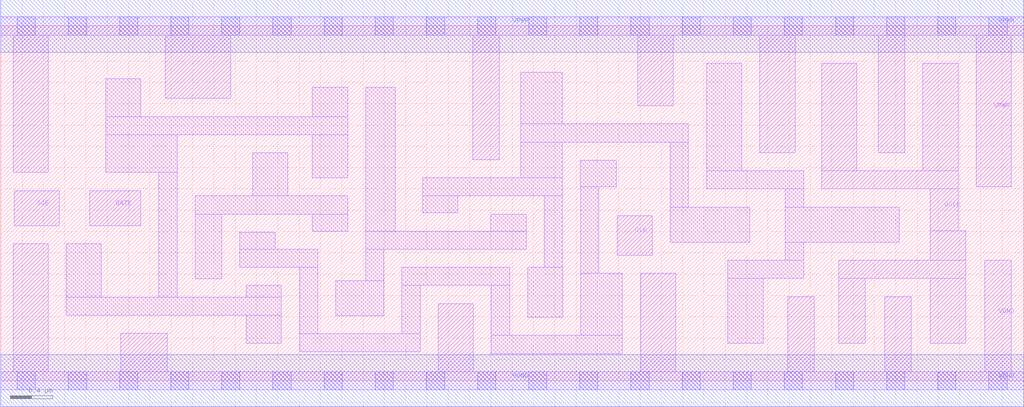
<source format=lef>
# Copyright 2020 The SkyWater PDK Authors
#
# Licensed under the Apache License, Version 2.0 (the "License");
# you may not use this file except in compliance with the License.
# You may obtain a copy of the License at
#
#     https://www.apache.org/licenses/LICENSE-2.0
#
# Unless required by applicable law or agreed to in writing, software
# distributed under the License is distributed on an "AS IS" BASIS,
# WITHOUT WARRANTIES OR CONDITIONS OF ANY KIND, either express or implied.
# See the License for the specific language governing permissions and
# limitations under the License.
#
# SPDX-License-Identifier: Apache-2.0

VERSION 5.7 ;
  NAMESCASESENSITIVE ON ;
  NOWIREEXTENSIONATPIN ON ;
  DIVIDERCHAR "/" ;
  BUSBITCHARS "[]" ;
UNITS
  DATABASE MICRONS 200 ;
END UNITS
MACRO sky130_fd_sc_ls__sdlclkp_4
  CLASS CORE ;
  SOURCE USER ;
  FOREIGN sky130_fd_sc_ls__sdlclkp_4 ;
  ORIGIN  0.000000  0.000000 ;
  SIZE  9.600000 BY  3.330000 ;
  SYMMETRY X Y ;
  SITE unit ;
  PIN GATE
    ANTENNAGATEAREA  0.208500 ;
    DIRECTION INPUT ;
    USE SIGNAL ;
    PORT
      LAYER li1 ;
        RECT 0.835000 1.455000 1.315000 1.785000 ;
    END
  END GATE
  PIN GCLK
    ANTENNADIFFAREA  1.319400 ;
    DIRECTION OUTPUT ;
    USE SIGNAL ;
    PORT
      LAYER li1 ;
        RECT 7.705000 1.800000 8.985000 1.970000 ;
        RECT 7.705000 1.970000 8.035000 2.980000 ;
        RECT 7.865000 0.350000 8.115000 0.960000 ;
        RECT 7.865000 0.960000 9.055000 1.130000 ;
        RECT 8.655000 1.970000 8.985000 2.980000 ;
        RECT 8.725000 0.350000 9.055000 0.960000 ;
        RECT 8.725000 1.130000 9.055000 1.410000 ;
        RECT 8.725000 1.410000 8.985000 1.800000 ;
    END
  END GCLK
  PIN SCE
    ANTENNAGATEAREA  0.208500 ;
    DIRECTION INPUT ;
    USE SIGNAL ;
    PORT
      LAYER li1 ;
        RECT 0.125000 1.455000 0.550000 1.785000 ;
    END
  END SCE
  PIN CLK
    ANTENNAGATEAREA  0.516000 ;
    DIRECTION INPUT ;
    USE CLOCK ;
    PORT
      LAYER li1 ;
        RECT 5.785000 1.180000 6.115000 1.550000 ;
    END
  END CLK
  PIN VGND
    DIRECTION INOUT ;
    SHAPE ABUTMENT ;
    USE GROUND ;
    PORT
      LAYER li1 ;
        RECT 0.000000 -0.085000 9.600000 0.085000 ;
        RECT 0.115000  0.085000 0.445000 1.285000 ;
        RECT 1.125000  0.085000 1.565000 0.445000 ;
        RECT 4.105000  0.085000 4.435000 0.725000 ;
        RECT 6.005000  0.085000 6.335000 1.010000 ;
        RECT 7.385000  0.085000 7.635000 0.790000 ;
        RECT 8.295000  0.085000 8.545000 0.790000 ;
        RECT 9.235000  0.085000 9.485000 1.130000 ;
      LAYER mcon ;
        RECT 0.155000 -0.085000 0.325000 0.085000 ;
        RECT 0.635000 -0.085000 0.805000 0.085000 ;
        RECT 1.115000 -0.085000 1.285000 0.085000 ;
        RECT 1.595000 -0.085000 1.765000 0.085000 ;
        RECT 2.075000 -0.085000 2.245000 0.085000 ;
        RECT 2.555000 -0.085000 2.725000 0.085000 ;
        RECT 3.035000 -0.085000 3.205000 0.085000 ;
        RECT 3.515000 -0.085000 3.685000 0.085000 ;
        RECT 3.995000 -0.085000 4.165000 0.085000 ;
        RECT 4.475000 -0.085000 4.645000 0.085000 ;
        RECT 4.955000 -0.085000 5.125000 0.085000 ;
        RECT 5.435000 -0.085000 5.605000 0.085000 ;
        RECT 5.915000 -0.085000 6.085000 0.085000 ;
        RECT 6.395000 -0.085000 6.565000 0.085000 ;
        RECT 6.875000 -0.085000 7.045000 0.085000 ;
        RECT 7.355000 -0.085000 7.525000 0.085000 ;
        RECT 7.835000 -0.085000 8.005000 0.085000 ;
        RECT 8.315000 -0.085000 8.485000 0.085000 ;
        RECT 8.795000 -0.085000 8.965000 0.085000 ;
        RECT 9.275000 -0.085000 9.445000 0.085000 ;
      LAYER met1 ;
        RECT 0.000000 -0.245000 9.600000 0.245000 ;
    END
  END VGND
  PIN VPWR
    DIRECTION INOUT ;
    SHAPE ABUTMENT ;
    USE POWER ;
    PORT
      LAYER li1 ;
        RECT 0.000000 3.245000 9.600000 3.415000 ;
        RECT 0.115000 1.955000 0.445000 3.245000 ;
        RECT 1.545000 2.650000 2.160000 3.245000 ;
        RECT 4.430000 2.075000 4.680000 3.245000 ;
        RECT 5.980000 2.580000 6.310000 3.245000 ;
        RECT 7.125000 2.140000 7.455000 3.245000 ;
        RECT 8.235000 2.140000 8.485000 3.245000 ;
        RECT 9.155000 1.820000 9.485000 3.245000 ;
      LAYER mcon ;
        RECT 0.155000 3.245000 0.325000 3.415000 ;
        RECT 0.635000 3.245000 0.805000 3.415000 ;
        RECT 1.115000 3.245000 1.285000 3.415000 ;
        RECT 1.595000 3.245000 1.765000 3.415000 ;
        RECT 2.075000 3.245000 2.245000 3.415000 ;
        RECT 2.555000 3.245000 2.725000 3.415000 ;
        RECT 3.035000 3.245000 3.205000 3.415000 ;
        RECT 3.515000 3.245000 3.685000 3.415000 ;
        RECT 3.995000 3.245000 4.165000 3.415000 ;
        RECT 4.475000 3.245000 4.645000 3.415000 ;
        RECT 4.955000 3.245000 5.125000 3.415000 ;
        RECT 5.435000 3.245000 5.605000 3.415000 ;
        RECT 5.915000 3.245000 6.085000 3.415000 ;
        RECT 6.395000 3.245000 6.565000 3.415000 ;
        RECT 6.875000 3.245000 7.045000 3.415000 ;
        RECT 7.355000 3.245000 7.525000 3.415000 ;
        RECT 7.835000 3.245000 8.005000 3.415000 ;
        RECT 8.315000 3.245000 8.485000 3.415000 ;
        RECT 8.795000 3.245000 8.965000 3.415000 ;
        RECT 9.275000 3.245000 9.445000 3.415000 ;
      LAYER met1 ;
        RECT 0.000000 3.085000 9.600000 3.575000 ;
    END
  END VPWR
  OBS
    LAYER li1 ;
      RECT 0.615000 0.615000 2.635000 0.785000 ;
      RECT 0.615000 0.785000 0.945000 1.285000 ;
      RECT 0.985000 1.955000 1.655000 2.310000 ;
      RECT 0.985000 2.310000 3.255000 2.480000 ;
      RECT 0.985000 2.480000 1.315000 2.835000 ;
      RECT 1.485000 0.785000 1.655000 1.955000 ;
      RECT 1.825000 0.955000 2.075000 1.565000 ;
      RECT 1.825000 1.565000 3.255000 1.735000 ;
      RECT 2.245000 1.065000 2.975000 1.235000 ;
      RECT 2.245000 1.235000 2.575000 1.395000 ;
      RECT 2.305000 0.350000 2.635000 0.615000 ;
      RECT 2.305000 0.785000 2.635000 0.895000 ;
      RECT 2.365000 1.735000 2.695000 2.140000 ;
      RECT 2.805000 0.270000 3.935000 0.440000 ;
      RECT 2.805000 0.440000 2.975000 1.065000 ;
      RECT 2.925000 1.405000 3.255000 1.565000 ;
      RECT 2.925000 1.905000 3.255000 2.310000 ;
      RECT 2.925000 2.480000 3.255000 2.755000 ;
      RECT 3.145000 0.610000 3.595000 0.940000 ;
      RECT 3.425000 0.940000 3.595000 1.235000 ;
      RECT 3.425000 1.235000 4.930000 1.405000 ;
      RECT 3.425000 1.405000 3.705000 2.755000 ;
      RECT 3.765000 0.440000 3.935000 0.895000 ;
      RECT 3.765000 0.895000 4.775000 1.065000 ;
      RECT 3.960000 1.575000 4.290000 1.735000 ;
      RECT 3.960000 1.735000 5.270000 1.905000 ;
      RECT 4.600000 1.405000 4.930000 1.565000 ;
      RECT 4.605000 0.255000 5.835000 0.425000 ;
      RECT 4.605000 0.425000 4.775000 0.895000 ;
      RECT 4.880000 1.905000 5.270000 2.240000 ;
      RECT 4.880000 2.240000 6.455000 2.410000 ;
      RECT 4.880000 2.410000 5.270000 2.895000 ;
      RECT 4.945000 0.595000 5.275000 1.065000 ;
      RECT 5.100000 1.065000 5.270000 1.735000 ;
      RECT 5.440000 1.820000 5.775000 2.070000 ;
      RECT 5.445000 0.425000 5.835000 1.010000 ;
      RECT 5.445000 1.010000 5.615000 1.820000 ;
      RECT 6.285000 1.300000 7.030000 1.630000 ;
      RECT 6.285000 1.630000 6.455000 2.240000 ;
      RECT 6.625000 1.800000 7.535000 1.970000 ;
      RECT 6.625000 1.970000 6.955000 2.980000 ;
      RECT 6.825000 0.350000 7.155000 0.960000 ;
      RECT 6.825000 0.960000 7.535000 1.130000 ;
      RECT 7.365000 1.130000 7.535000 1.300000 ;
      RECT 7.365000 1.300000 8.435000 1.630000 ;
      RECT 7.365000 1.630000 7.535000 1.800000 ;
  END
END sky130_fd_sc_ls__sdlclkp_4

</source>
